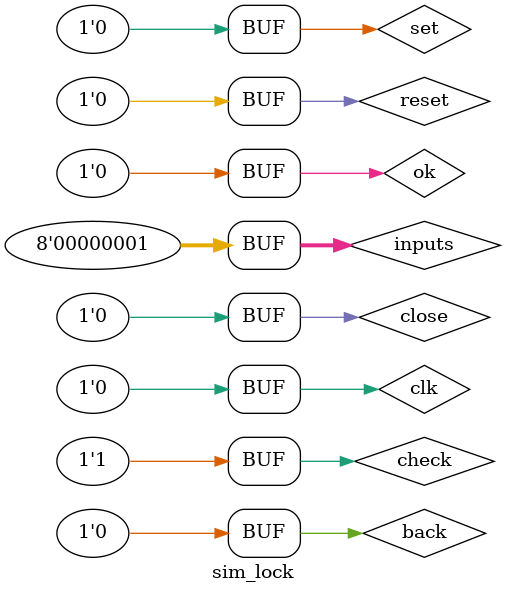
<source format=v>
`timescale 1ns / 1ps


module sim_lock();
reg [7:0] inputs;
reg reset,set,close,back,check,ok,clk;
wire num1,num2,num3,num4,wrong,store,islock;


initial begin
    set = 0;
    reset = 0;
    close=0;
    back=0;
    check=0;
    ok=0;
    #10 
    reset =1;
    #10
    reset=0;
end

always
begin
#10
check=1;
#5
inputs = 8'b00000001;
#5
clk=1;
#2
clk=0;

inputs = 8'b00000001;
#5
clk=1;
#2
clk=0;
inputs = 8'b00000001;
#5
clk=1;
#2
clk=0;
inputs = 8'b00000001;
#5
clk=1;
#2
clk=0;
#2
ok=1;
#2
ok=0;
end

lock u1(inputs,reset,set,close,islock,back,check,ok,num1,num2,num3,num4,clk,store,wrong);
endmodule

</source>
